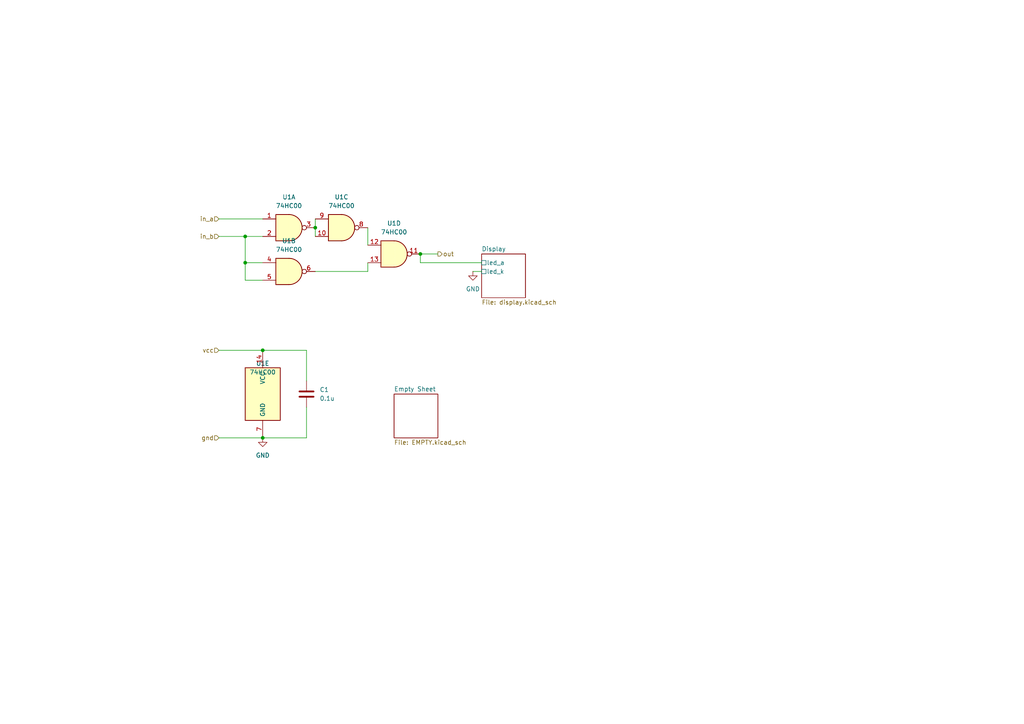
<source format=kicad_sch>
(kicad_sch
	(version 20250114)
	(generator "eeschema")
	(generator_version "9.0")
	(uuid "49bdaa3e-2c11-470e-81e6-4e08387570f1")
	(paper "A4")
	(lib_symbols
		(symbol "74xx:74HC00"
			(pin_names
				(offset 1.016)
			)
			(exclude_from_sim no)
			(in_bom yes)
			(on_board yes)
			(property "Reference" "U"
				(at 0 1.27 0)
				(effects
					(font
						(size 1.27 1.27)
					)
				)
			)
			(property "Value" "74HC00"
				(at 0 -1.27 0)
				(effects
					(font
						(size 1.27 1.27)
					)
				)
			)
			(property "Footprint" ""
				(at 0 0 0)
				(effects
					(font
						(size 1.27 1.27)
					)
					(hide yes)
				)
			)
			(property "Datasheet" "http://www.ti.com/lit/gpn/sn74hc00"
				(at 0 0 0)
				(effects
					(font
						(size 1.27 1.27)
					)
					(hide yes)
				)
			)
			(property "Description" "quad 2-input NAND gate"
				(at 0 0 0)
				(effects
					(font
						(size 1.27 1.27)
					)
					(hide yes)
				)
			)
			(property "ki_locked" ""
				(at 0 0 0)
				(effects
					(font
						(size 1.27 1.27)
					)
				)
			)
			(property "ki_keywords" "HCMOS nand 2-input"
				(at 0 0 0)
				(effects
					(font
						(size 1.27 1.27)
					)
					(hide yes)
				)
			)
			(property "ki_fp_filters" "DIP*W7.62mm* SO14*"
				(at 0 0 0)
				(effects
					(font
						(size 1.27 1.27)
					)
					(hide yes)
				)
			)
			(symbol "74HC00_1_1"
				(arc
					(start 0 3.81)
					(mid 3.7934 0)
					(end 0 -3.81)
					(stroke
						(width 0.254)
						(type default)
					)
					(fill
						(type background)
					)
				)
				(polyline
					(pts
						(xy 0 3.81) (xy -3.81 3.81) (xy -3.81 -3.81) (xy 0 -3.81)
					)
					(stroke
						(width 0.254)
						(type default)
					)
					(fill
						(type background)
					)
				)
				(pin input line
					(at -7.62 2.54 0)
					(length 3.81)
					(name "~"
						(effects
							(font
								(size 1.27 1.27)
							)
						)
					)
					(number "1"
						(effects
							(font
								(size 1.27 1.27)
							)
						)
					)
				)
				(pin input line
					(at -7.62 -2.54 0)
					(length 3.81)
					(name "~"
						(effects
							(font
								(size 1.27 1.27)
							)
						)
					)
					(number "2"
						(effects
							(font
								(size 1.27 1.27)
							)
						)
					)
				)
				(pin output inverted
					(at 7.62 0 180)
					(length 3.81)
					(name "~"
						(effects
							(font
								(size 1.27 1.27)
							)
						)
					)
					(number "3"
						(effects
							(font
								(size 1.27 1.27)
							)
						)
					)
				)
			)
			(symbol "74HC00_1_2"
				(arc
					(start -3.81 3.81)
					(mid -2.589 0)
					(end -3.81 -3.81)
					(stroke
						(width 0.254)
						(type default)
					)
					(fill
						(type none)
					)
				)
				(polyline
					(pts
						(xy -3.81 3.81) (xy -0.635 3.81)
					)
					(stroke
						(width 0.254)
						(type default)
					)
					(fill
						(type background)
					)
				)
				(polyline
					(pts
						(xy -3.81 -3.81) (xy -0.635 -3.81)
					)
					(stroke
						(width 0.254)
						(type default)
					)
					(fill
						(type background)
					)
				)
				(arc
					(start 3.81 0)
					(mid 2.1855 -2.584)
					(end -0.6096 -3.81)
					(stroke
						(width 0.254)
						(type default)
					)
					(fill
						(type background)
					)
				)
				(arc
					(start -0.6096 3.81)
					(mid 2.1928 2.5924)
					(end 3.81 0)
					(stroke
						(width 0.254)
						(type default)
					)
					(fill
						(type background)
					)
				)
				(polyline
					(pts
						(xy -0.635 3.81) (xy -3.81 3.81) (xy -3.81 3.81) (xy -3.556 3.4036) (xy -3.0226 2.2606) (xy -2.6924 1.0414)
						(xy -2.6162 -0.254) (xy -2.7686 -1.4986) (xy -3.175 -2.7178) (xy -3.81 -3.81) (xy -3.81 -3.81)
						(xy -0.635 -3.81)
					)
					(stroke
						(width -25.4)
						(type default)
					)
					(fill
						(type background)
					)
				)
				(pin input inverted
					(at -7.62 2.54 0)
					(length 4.318)
					(name "~"
						(effects
							(font
								(size 1.27 1.27)
							)
						)
					)
					(number "1"
						(effects
							(font
								(size 1.27 1.27)
							)
						)
					)
				)
				(pin input inverted
					(at -7.62 -2.54 0)
					(length 4.318)
					(name "~"
						(effects
							(font
								(size 1.27 1.27)
							)
						)
					)
					(number "2"
						(effects
							(font
								(size 1.27 1.27)
							)
						)
					)
				)
				(pin output line
					(at 7.62 0 180)
					(length 3.81)
					(name "~"
						(effects
							(font
								(size 1.27 1.27)
							)
						)
					)
					(number "3"
						(effects
							(font
								(size 1.27 1.27)
							)
						)
					)
				)
			)
			(symbol "74HC00_2_1"
				(arc
					(start 0 3.81)
					(mid 3.7934 0)
					(end 0 -3.81)
					(stroke
						(width 0.254)
						(type default)
					)
					(fill
						(type background)
					)
				)
				(polyline
					(pts
						(xy 0 3.81) (xy -3.81 3.81) (xy -3.81 -3.81) (xy 0 -3.81)
					)
					(stroke
						(width 0.254)
						(type default)
					)
					(fill
						(type background)
					)
				)
				(pin input line
					(at -7.62 2.54 0)
					(length 3.81)
					(name "~"
						(effects
							(font
								(size 1.27 1.27)
							)
						)
					)
					(number "4"
						(effects
							(font
								(size 1.27 1.27)
							)
						)
					)
				)
				(pin input line
					(at -7.62 -2.54 0)
					(length 3.81)
					(name "~"
						(effects
							(font
								(size 1.27 1.27)
							)
						)
					)
					(number "5"
						(effects
							(font
								(size 1.27 1.27)
							)
						)
					)
				)
				(pin output inverted
					(at 7.62 0 180)
					(length 3.81)
					(name "~"
						(effects
							(font
								(size 1.27 1.27)
							)
						)
					)
					(number "6"
						(effects
							(font
								(size 1.27 1.27)
							)
						)
					)
				)
			)
			(symbol "74HC00_2_2"
				(arc
					(start -3.81 3.81)
					(mid -2.589 0)
					(end -3.81 -3.81)
					(stroke
						(width 0.254)
						(type default)
					)
					(fill
						(type none)
					)
				)
				(polyline
					(pts
						(xy -3.81 3.81) (xy -0.635 3.81)
					)
					(stroke
						(width 0.254)
						(type default)
					)
					(fill
						(type background)
					)
				)
				(polyline
					(pts
						(xy -3.81 -3.81) (xy -0.635 -3.81)
					)
					(stroke
						(width 0.254)
						(type default)
					)
					(fill
						(type background)
					)
				)
				(arc
					(start 3.81 0)
					(mid 2.1855 -2.584)
					(end -0.6096 -3.81)
					(stroke
						(width 0.254)
						(type default)
					)
					(fill
						(type background)
					)
				)
				(arc
					(start -0.6096 3.81)
					(mid 2.1928 2.5924)
					(end 3.81 0)
					(stroke
						(width 0.254)
						(type default)
					)
					(fill
						(type background)
					)
				)
				(polyline
					(pts
						(xy -0.635 3.81) (xy -3.81 3.81) (xy -3.81 3.81) (xy -3.556 3.4036) (xy -3.0226 2.2606) (xy -2.6924 1.0414)
						(xy -2.6162 -0.254) (xy -2.7686 -1.4986) (xy -3.175 -2.7178) (xy -3.81 -3.81) (xy -3.81 -3.81)
						(xy -0.635 -3.81)
					)
					(stroke
						(width -25.4)
						(type default)
					)
					(fill
						(type background)
					)
				)
				(pin input inverted
					(at -7.62 2.54 0)
					(length 4.318)
					(name "~"
						(effects
							(font
								(size 1.27 1.27)
							)
						)
					)
					(number "4"
						(effects
							(font
								(size 1.27 1.27)
							)
						)
					)
				)
				(pin input inverted
					(at -7.62 -2.54 0)
					(length 4.318)
					(name "~"
						(effects
							(font
								(size 1.27 1.27)
							)
						)
					)
					(number "5"
						(effects
							(font
								(size 1.27 1.27)
							)
						)
					)
				)
				(pin output line
					(at 7.62 0 180)
					(length 3.81)
					(name "~"
						(effects
							(font
								(size 1.27 1.27)
							)
						)
					)
					(number "6"
						(effects
							(font
								(size 1.27 1.27)
							)
						)
					)
				)
			)
			(symbol "74HC00_3_1"
				(arc
					(start 0 3.81)
					(mid 3.7934 0)
					(end 0 -3.81)
					(stroke
						(width 0.254)
						(type default)
					)
					(fill
						(type background)
					)
				)
				(polyline
					(pts
						(xy 0 3.81) (xy -3.81 3.81) (xy -3.81 -3.81) (xy 0 -3.81)
					)
					(stroke
						(width 0.254)
						(type default)
					)
					(fill
						(type background)
					)
				)
				(pin input line
					(at -7.62 2.54 0)
					(length 3.81)
					(name "~"
						(effects
							(font
								(size 1.27 1.27)
							)
						)
					)
					(number "9"
						(effects
							(font
								(size 1.27 1.27)
							)
						)
					)
				)
				(pin input line
					(at -7.62 -2.54 0)
					(length 3.81)
					(name "~"
						(effects
							(font
								(size 1.27 1.27)
							)
						)
					)
					(number "10"
						(effects
							(font
								(size 1.27 1.27)
							)
						)
					)
				)
				(pin output inverted
					(at 7.62 0 180)
					(length 3.81)
					(name "~"
						(effects
							(font
								(size 1.27 1.27)
							)
						)
					)
					(number "8"
						(effects
							(font
								(size 1.27 1.27)
							)
						)
					)
				)
			)
			(symbol "74HC00_3_2"
				(arc
					(start -3.81 3.81)
					(mid -2.589 0)
					(end -3.81 -3.81)
					(stroke
						(width 0.254)
						(type default)
					)
					(fill
						(type none)
					)
				)
				(polyline
					(pts
						(xy -3.81 3.81) (xy -0.635 3.81)
					)
					(stroke
						(width 0.254)
						(type default)
					)
					(fill
						(type background)
					)
				)
				(polyline
					(pts
						(xy -3.81 -3.81) (xy -0.635 -3.81)
					)
					(stroke
						(width 0.254)
						(type default)
					)
					(fill
						(type background)
					)
				)
				(arc
					(start 3.81 0)
					(mid 2.1855 -2.584)
					(end -0.6096 -3.81)
					(stroke
						(width 0.254)
						(type default)
					)
					(fill
						(type background)
					)
				)
				(arc
					(start -0.6096 3.81)
					(mid 2.1928 2.5924)
					(end 3.81 0)
					(stroke
						(width 0.254)
						(type default)
					)
					(fill
						(type background)
					)
				)
				(polyline
					(pts
						(xy -0.635 3.81) (xy -3.81 3.81) (xy -3.81 3.81) (xy -3.556 3.4036) (xy -3.0226 2.2606) (xy -2.6924 1.0414)
						(xy -2.6162 -0.254) (xy -2.7686 -1.4986) (xy -3.175 -2.7178) (xy -3.81 -3.81) (xy -3.81 -3.81)
						(xy -0.635 -3.81)
					)
					(stroke
						(width -25.4)
						(type default)
					)
					(fill
						(type background)
					)
				)
				(pin input inverted
					(at -7.62 2.54 0)
					(length 4.318)
					(name "~"
						(effects
							(font
								(size 1.27 1.27)
							)
						)
					)
					(number "9"
						(effects
							(font
								(size 1.27 1.27)
							)
						)
					)
				)
				(pin input inverted
					(at -7.62 -2.54 0)
					(length 4.318)
					(name "~"
						(effects
							(font
								(size 1.27 1.27)
							)
						)
					)
					(number "10"
						(effects
							(font
								(size 1.27 1.27)
							)
						)
					)
				)
				(pin output line
					(at 7.62 0 180)
					(length 3.81)
					(name "~"
						(effects
							(font
								(size 1.27 1.27)
							)
						)
					)
					(number "8"
						(effects
							(font
								(size 1.27 1.27)
							)
						)
					)
				)
			)
			(symbol "74HC00_4_1"
				(arc
					(start 0 3.81)
					(mid 3.7934 0)
					(end 0 -3.81)
					(stroke
						(width 0.254)
						(type default)
					)
					(fill
						(type background)
					)
				)
				(polyline
					(pts
						(xy 0 3.81) (xy -3.81 3.81) (xy -3.81 -3.81) (xy 0 -3.81)
					)
					(stroke
						(width 0.254)
						(type default)
					)
					(fill
						(type background)
					)
				)
				(pin input line
					(at -7.62 2.54 0)
					(length 3.81)
					(name "~"
						(effects
							(font
								(size 1.27 1.27)
							)
						)
					)
					(number "12"
						(effects
							(font
								(size 1.27 1.27)
							)
						)
					)
				)
				(pin input line
					(at -7.62 -2.54 0)
					(length 3.81)
					(name "~"
						(effects
							(font
								(size 1.27 1.27)
							)
						)
					)
					(number "13"
						(effects
							(font
								(size 1.27 1.27)
							)
						)
					)
				)
				(pin output inverted
					(at 7.62 0 180)
					(length 3.81)
					(name "~"
						(effects
							(font
								(size 1.27 1.27)
							)
						)
					)
					(number "11"
						(effects
							(font
								(size 1.27 1.27)
							)
						)
					)
				)
			)
			(symbol "74HC00_4_2"
				(arc
					(start -3.81 3.81)
					(mid -2.589 0)
					(end -3.81 -3.81)
					(stroke
						(width 0.254)
						(type default)
					)
					(fill
						(type none)
					)
				)
				(polyline
					(pts
						(xy -3.81 3.81) (xy -0.635 3.81)
					)
					(stroke
						(width 0.254)
						(type default)
					)
					(fill
						(type background)
					)
				)
				(polyline
					(pts
						(xy -3.81 -3.81) (xy -0.635 -3.81)
					)
					(stroke
						(width 0.254)
						(type default)
					)
					(fill
						(type background)
					)
				)
				(arc
					(start 3.81 0)
					(mid 2.1855 -2.584)
					(end -0.6096 -3.81)
					(stroke
						(width 0.254)
						(type default)
					)
					(fill
						(type background)
					)
				)
				(arc
					(start -0.6096 3.81)
					(mid 2.1928 2.5924)
					(end 3.81 0)
					(stroke
						(width 0.254)
						(type default)
					)
					(fill
						(type background)
					)
				)
				(polyline
					(pts
						(xy -0.635 3.81) (xy -3.81 3.81) (xy -3.81 3.81) (xy -3.556 3.4036) (xy -3.0226 2.2606) (xy -2.6924 1.0414)
						(xy -2.6162 -0.254) (xy -2.7686 -1.4986) (xy -3.175 -2.7178) (xy -3.81 -3.81) (xy -3.81 -3.81)
						(xy -0.635 -3.81)
					)
					(stroke
						(width -25.4)
						(type default)
					)
					(fill
						(type background)
					)
				)
				(pin input inverted
					(at -7.62 2.54 0)
					(length 4.318)
					(name "~"
						(effects
							(font
								(size 1.27 1.27)
							)
						)
					)
					(number "12"
						(effects
							(font
								(size 1.27 1.27)
							)
						)
					)
				)
				(pin input inverted
					(at -7.62 -2.54 0)
					(length 4.318)
					(name "~"
						(effects
							(font
								(size 1.27 1.27)
							)
						)
					)
					(number "13"
						(effects
							(font
								(size 1.27 1.27)
							)
						)
					)
				)
				(pin output line
					(at 7.62 0 180)
					(length 3.81)
					(name "~"
						(effects
							(font
								(size 1.27 1.27)
							)
						)
					)
					(number "11"
						(effects
							(font
								(size 1.27 1.27)
							)
						)
					)
				)
			)
			(symbol "74HC00_5_0"
				(pin power_in line
					(at 0 12.7 270)
					(length 5.08)
					(name "VCC"
						(effects
							(font
								(size 1.27 1.27)
							)
						)
					)
					(number "14"
						(effects
							(font
								(size 1.27 1.27)
							)
						)
					)
				)
				(pin power_in line
					(at 0 -12.7 90)
					(length 5.08)
					(name "GND"
						(effects
							(font
								(size 1.27 1.27)
							)
						)
					)
					(number "7"
						(effects
							(font
								(size 1.27 1.27)
							)
						)
					)
				)
			)
			(symbol "74HC00_5_1"
				(rectangle
					(start -5.08 7.62)
					(end 5.08 -7.62)
					(stroke
						(width 0.254)
						(type default)
					)
					(fill
						(type background)
					)
				)
			)
			(embedded_fonts no)
		)
		(symbol "Device:C"
			(pin_numbers
				(hide yes)
			)
			(pin_names
				(offset 0.254)
			)
			(exclude_from_sim no)
			(in_bom yes)
			(on_board yes)
			(property "Reference" "C"
				(at 0.635 2.54 0)
				(effects
					(font
						(size 1.27 1.27)
					)
					(justify left)
				)
			)
			(property "Value" "C"
				(at 0.635 -2.54 0)
				(effects
					(font
						(size 1.27 1.27)
					)
					(justify left)
				)
			)
			(property "Footprint" ""
				(at 0.9652 -3.81 0)
				(effects
					(font
						(size 1.27 1.27)
					)
					(hide yes)
				)
			)
			(property "Datasheet" "~"
				(at 0 0 0)
				(effects
					(font
						(size 1.27 1.27)
					)
					(hide yes)
				)
			)
			(property "Description" "Unpolarized capacitor"
				(at 0 0 0)
				(effects
					(font
						(size 1.27 1.27)
					)
					(hide yes)
				)
			)
			(property "ki_keywords" "cap capacitor"
				(at 0 0 0)
				(effects
					(font
						(size 1.27 1.27)
					)
					(hide yes)
				)
			)
			(property "ki_fp_filters" "C_*"
				(at 0 0 0)
				(effects
					(font
						(size 1.27 1.27)
					)
					(hide yes)
				)
			)
			(symbol "C_0_1"
				(polyline
					(pts
						(xy -2.032 0.762) (xy 2.032 0.762)
					)
					(stroke
						(width 0.508)
						(type default)
					)
					(fill
						(type none)
					)
				)
				(polyline
					(pts
						(xy -2.032 -0.762) (xy 2.032 -0.762)
					)
					(stroke
						(width 0.508)
						(type default)
					)
					(fill
						(type none)
					)
				)
			)
			(symbol "C_1_1"
				(pin passive line
					(at 0 3.81 270)
					(length 2.794)
					(name "~"
						(effects
							(font
								(size 1.27 1.27)
							)
						)
					)
					(number "1"
						(effects
							(font
								(size 1.27 1.27)
							)
						)
					)
				)
				(pin passive line
					(at 0 -3.81 90)
					(length 2.794)
					(name "~"
						(effects
							(font
								(size 1.27 1.27)
							)
						)
					)
					(number "2"
						(effects
							(font
								(size 1.27 1.27)
							)
						)
					)
				)
			)
			(embedded_fonts no)
		)
		(symbol "power:GND"
			(power)
			(pin_numbers
				(hide yes)
			)
			(pin_names
				(offset 0)
				(hide yes)
			)
			(exclude_from_sim no)
			(in_bom yes)
			(on_board yes)
			(property "Reference" "#PWR"
				(at 0 -6.35 0)
				(effects
					(font
						(size 1.27 1.27)
					)
					(hide yes)
				)
			)
			(property "Value" "GND"
				(at 0 -3.81 0)
				(effects
					(font
						(size 1.27 1.27)
					)
				)
			)
			(property "Footprint" ""
				(at 0 0 0)
				(effects
					(font
						(size 1.27 1.27)
					)
					(hide yes)
				)
			)
			(property "Datasheet" ""
				(at 0 0 0)
				(effects
					(font
						(size 1.27 1.27)
					)
					(hide yes)
				)
			)
			(property "Description" "Power symbol creates a global label with name \"GND\" , ground"
				(at 0 0 0)
				(effects
					(font
						(size 1.27 1.27)
					)
					(hide yes)
				)
			)
			(property "ki_keywords" "global power"
				(at 0 0 0)
				(effects
					(font
						(size 1.27 1.27)
					)
					(hide yes)
				)
			)
			(symbol "GND_0_1"
				(polyline
					(pts
						(xy 0 0) (xy 0 -1.27) (xy 1.27 -1.27) (xy 0 -2.54) (xy -1.27 -1.27) (xy 0 -1.27)
					)
					(stroke
						(width 0)
						(type default)
					)
					(fill
						(type none)
					)
				)
			)
			(symbol "GND_1_1"
				(pin power_in line
					(at 0 0 270)
					(length 0)
					(name "~"
						(effects
							(font
								(size 1.27 1.27)
							)
						)
					)
					(number "1"
						(effects
							(font
								(size 1.27 1.27)
							)
						)
					)
				)
			)
			(embedded_fonts no)
		)
	)
	(junction
		(at 71.12 76.2)
		(diameter 0)
		(color 0 0 0 0)
		(uuid "0791881c-8c1f-4926-ac9c-18a58621d8e3")
	)
	(junction
		(at 71.12 68.58)
		(diameter 0)
		(color 0 0 0 0)
		(uuid "8c22ab79-4fda-47f1-99e5-cb0994a1858b")
	)
	(junction
		(at 76.2 127)
		(diameter 0)
		(color 0 0 0 0)
		(uuid "be033119-5bf1-4fad-89ac-0778f55fba72")
	)
	(junction
		(at 121.92 73.66)
		(diameter 0)
		(color 0 0 0 0)
		(uuid "c8db3ba8-126a-466d-84c5-44e3e2eba1bb")
	)
	(junction
		(at 91.44 66.04)
		(diameter 0)
		(color 0 0 0 0)
		(uuid "d2a8fb6c-0058-4d57-b42d-657c8f58d051")
	)
	(junction
		(at 76.2 101.6)
		(diameter 0)
		(color 0 0 0 0)
		(uuid "e410fb67-1669-490d-86e9-78007624ad37")
	)
	(wire
		(pts
			(xy 88.9 127) (xy 88.9 118.11)
		)
		(stroke
			(width 0)
			(type default)
		)
		(uuid "14fe4464-2937-47d9-98a1-0c12f50e1fcb")
	)
	(wire
		(pts
			(xy 88.9 101.6) (xy 88.9 110.49)
		)
		(stroke
			(width 0)
			(type default)
		)
		(uuid "1fed1a77-8b51-4cd1-8941-7dd5f6623efa")
	)
	(wire
		(pts
			(xy 63.5 127) (xy 76.2 127)
		)
		(stroke
			(width 0)
			(type default)
		)
		(uuid "3309ddd1-6e52-4868-9cab-1c838f455a90")
	)
	(wire
		(pts
			(xy 121.92 76.2) (xy 121.92 73.66)
		)
		(stroke
			(width 0)
			(type default)
		)
		(uuid "453476fb-f9c5-4578-b1a5-33be8a6de04f")
	)
	(wire
		(pts
			(xy 139.7 76.2) (xy 121.92 76.2)
		)
		(stroke
			(width 0)
			(type default)
		)
		(uuid "5f009568-4e4e-4f44-87f5-995826df63cc")
	)
	(wire
		(pts
			(xy 106.68 78.74) (xy 106.68 76.2)
		)
		(stroke
			(width 0)
			(type default)
		)
		(uuid "62eb84eb-813e-410a-b4e9-7d3cd88e06dd")
	)
	(wire
		(pts
			(xy 76.2 101.6) (xy 88.9 101.6)
		)
		(stroke
			(width 0)
			(type default)
		)
		(uuid "638525f6-0100-4e04-a8ac-c4a41e48c927")
	)
	(wire
		(pts
			(xy 71.12 76.2) (xy 76.2 76.2)
		)
		(stroke
			(width 0)
			(type default)
		)
		(uuid "6679cc0c-dfb8-49c7-8fac-b888361d68ee")
	)
	(wire
		(pts
			(xy 76.2 81.28) (xy 71.12 81.28)
		)
		(stroke
			(width 0)
			(type default)
		)
		(uuid "76ee39ed-7cb7-424a-83b2-ca80512fab00")
	)
	(wire
		(pts
			(xy 63.5 68.58) (xy 71.12 68.58)
		)
		(stroke
			(width 0)
			(type default)
		)
		(uuid "7c6174b7-45f6-4578-8050-3b68160349cc")
	)
	(wire
		(pts
			(xy 71.12 68.58) (xy 76.2 68.58)
		)
		(stroke
			(width 0)
			(type default)
		)
		(uuid "8000642a-4e9c-412a-94c0-6e7885b94279")
	)
	(wire
		(pts
			(xy 91.44 78.74) (xy 106.68 78.74)
		)
		(stroke
			(width 0)
			(type default)
		)
		(uuid "85dce81e-1d59-40f5-aa37-d6f37f190807")
	)
	(wire
		(pts
			(xy 137.16 78.74) (xy 139.7 78.74)
		)
		(stroke
			(width 0)
			(type default)
		)
		(uuid "8ba835ef-e6cd-4c41-b72b-0d82edfdb0f8")
	)
	(wire
		(pts
			(xy 76.2 127) (xy 88.9 127)
		)
		(stroke
			(width 0)
			(type default)
		)
		(uuid "b0a8f3fd-ea87-4d5e-9371-a82ff5f82496")
	)
	(wire
		(pts
			(xy 63.5 63.5) (xy 76.2 63.5)
		)
		(stroke
			(width 0)
			(type default)
		)
		(uuid "b2c59386-a073-4f0f-af28-d063bdac5614")
	)
	(wire
		(pts
			(xy 106.68 66.04) (xy 106.68 71.12)
		)
		(stroke
			(width 0)
			(type default)
		)
		(uuid "b751b168-532d-428b-a148-ceb4fdd28851")
	)
	(wire
		(pts
			(xy 127 73.66) (xy 121.92 73.66)
		)
		(stroke
			(width 0)
			(type default)
		)
		(uuid "c1b018c4-d80f-440f-9b1b-5b10bc1970ef")
	)
	(wire
		(pts
			(xy 63.5 101.6) (xy 76.2 101.6)
		)
		(stroke
			(width 0)
			(type default)
		)
		(uuid "c348ea3f-e3f3-4811-9ae0-274989fddf98")
	)
	(wire
		(pts
			(xy 91.44 66.04) (xy 91.44 68.58)
		)
		(stroke
			(width 0)
			(type default)
		)
		(uuid "d34f0ed0-3cab-408f-a045-7f8ac933c846")
	)
	(wire
		(pts
			(xy 71.12 81.28) (xy 71.12 76.2)
		)
		(stroke
			(width 0)
			(type default)
		)
		(uuid "d3b47761-b549-4712-9141-44ce45584fbe")
	)
	(wire
		(pts
			(xy 91.44 63.5) (xy 91.44 66.04)
		)
		(stroke
			(width 0)
			(type default)
		)
		(uuid "e0a4e694-b84f-457d-9283-decea99c69ef")
	)
	(wire
		(pts
			(xy 71.12 76.2) (xy 71.12 68.58)
		)
		(stroke
			(width 0)
			(type default)
		)
		(uuid "f5d39d1d-dc1f-4cfd-ae04-54c4b6702f83")
	)
	(hierarchical_label "vcc"
		(shape input)
		(at 63.5 101.6 180)
		(effects
			(font
				(size 1.27 1.27)
			)
			(justify right)
		)
		(uuid "3bf8f74c-58b5-42ba-9168-005a26a70bc2")
	)
	(hierarchical_label "gnd"
		(shape input)
		(at 63.5 127 180)
		(effects
			(font
				(size 1.27 1.27)
			)
			(justify right)
		)
		(uuid "63832614-3ac9-4bf5-90f8-07d113525855")
	)
	(hierarchical_label "out"
		(shape output)
		(at 127 73.66 0)
		(effects
			(font
				(size 1.27 1.27)
			)
			(justify left)
		)
		(uuid "92ab8495-76d1-433e-8269-9373087528b8")
	)
	(hierarchical_label "in_b"
		(shape input)
		(at 63.5 68.58 180)
		(effects
			(font
				(size 1.27 1.27)
			)
			(justify right)
		)
		(uuid "ca26e2fa-fbad-4495-98ba-4cbb1088d1eb")
	)
	(hierarchical_label "in_a"
		(shape input)
		(at 63.5 63.5 180)
		(effects
			(font
				(size 1.27 1.27)
			)
			(justify right)
		)
		(uuid "d8b6eeec-067c-4b35-87d0-45ce59aeb14c")
	)
	(symbol
		(lib_id "Device:C")
		(at 88.9 114.3 0)
		(unit 1)
		(exclude_from_sim no)
		(in_bom yes)
		(on_board yes)
		(dnp no)
		(fields_autoplaced yes)
		(uuid "038cfbf1-d037-4ec5-9d88-ba6ed0148506")
		(property "Reference" "C1"
			(at 92.71 113.03 0)
			(effects
				(font
					(size 1.27 1.27)
				)
				(justify left)
			)
		)
		(property "Value" "0.1u"
			(at 92.71 115.57 0)
			(effects
				(font
					(size 1.27 1.27)
				)
				(justify left)
			)
		)
		(property "Footprint" ""
			(at 89.8652 118.11 0)
			(effects
				(font
					(size 1.27 1.27)
				)
				(hide yes)
			)
		)
		(property "Datasheet" "~"
			(at 88.9 114.3 0)
			(effects
				(font
					(size 1.27 1.27)
				)
				(hide yes)
			)
		)
		(property "Description" "Unpolarized capacitor"
			(at 88.9 114.3 0)
			(effects
				(font
					(size 1.27 1.27)
				)
				(hide yes)
			)
		)
		(pin "2"
			(uuid "09fc38e4-2843-452d-9343-6838ebc79763")
		)
		(pin "1"
			(uuid "255d2558-d8bf-402e-87cb-267bfff71eca")
		)
		(instances
			(project ""
				(path "/dd007cee-fe72-44bf-b7dc-9516bf68dc82/96239df8-fc87-4c4f-984a-99e11995fa5f"
					(reference "C1")
					(unit 1)
				)
			)
		)
	)
	(symbol
		(lib_id "74xx:74HC00")
		(at 114.3 73.66 0)
		(unit 4)
		(exclude_from_sim no)
		(in_bom yes)
		(on_board yes)
		(dnp no)
		(fields_autoplaced yes)
		(uuid "0d297e12-1e15-465b-b115-a512ca8cea3c")
		(property "Reference" "U1"
			(at 114.2917 64.77 0)
			(effects
				(font
					(size 1.27 1.27)
				)
			)
		)
		(property "Value" "74HC00"
			(at 114.2917 67.31 0)
			(effects
				(font
					(size 1.27 1.27)
				)
			)
		)
		(property "Footprint" ""
			(at 114.3 73.66 0)
			(effects
				(font
					(size 1.27 1.27)
				)
				(hide yes)
			)
		)
		(property "Datasheet" "http://www.ti.com/lit/gpn/sn74hc00"
			(at 114.3 73.66 0)
			(effects
				(font
					(size 1.27 1.27)
				)
				(hide yes)
			)
		)
		(property "Description" "quad 2-input NAND gate"
			(at 114.3 73.66 0)
			(effects
				(font
					(size 1.27 1.27)
				)
				(hide yes)
			)
		)
		(pin "1"
			(uuid "f908189c-2685-48f0-8e27-9292d6fb982c")
		)
		(pin "3"
			(uuid "94fe11cd-263a-4342-acda-7bacc33b6a7f")
		)
		(pin "8"
			(uuid "89bd91fa-247f-4efa-9b46-b74e5c6585b3")
		)
		(pin "2"
			(uuid "16179d8a-ef0d-4a52-affa-dd6a43b335ef")
		)
		(pin "4"
			(uuid "3bdd9f7b-2847-4a7e-a696-480643164c38")
		)
		(pin "9"
			(uuid "c83b96d4-6a98-489c-a3a7-5d8887290d79")
		)
		(pin "5"
			(uuid "5027ce76-68d3-4e25-b451-bab9bddbe55e")
		)
		(pin "10"
			(uuid "317d448a-adb8-4b25-adfb-775ab03d4cca")
		)
		(pin "6"
			(uuid "aa491ebd-71c9-49ff-bae2-cdf5859d42e8")
		)
		(pin "11"
			(uuid "056454fa-064c-4359-baf3-21f1f5da1134")
		)
		(pin "13"
			(uuid "f1b9aded-c022-4579-a0b8-bebe218ef0ac")
		)
		(pin "12"
			(uuid "c287ce48-c6d1-468e-968a-a4e12907cd79")
		)
		(pin "7"
			(uuid "be8bf521-c1c1-41fe-8678-16eaf9fd0a6a")
		)
		(pin "14"
			(uuid "56c0bd12-0771-4fc0-a61a-a7dc510ed88a")
		)
		(instances
			(project "have_subsheets"
				(path "/dd007cee-fe72-44bf-b7dc-9516bf68dc82/96239df8-fc87-4c4f-984a-99e11995fa5f"
					(reference "U1")
					(unit 4)
				)
			)
		)
	)
	(symbol
		(lib_id "74xx:74HC00")
		(at 83.82 66.04 0)
		(unit 1)
		(exclude_from_sim no)
		(in_bom yes)
		(on_board yes)
		(dnp no)
		(fields_autoplaced yes)
		(uuid "1d40f9ad-5c8a-4797-95d4-2651262df6ac")
		(property "Reference" "U1"
			(at 83.8117 57.15 0)
			(effects
				(font
					(size 1.27 1.27)
				)
			)
		)
		(property "Value" "74HC00"
			(at 83.8117 59.69 0)
			(effects
				(font
					(size 1.27 1.27)
				)
			)
		)
		(property "Footprint" ""
			(at 83.82 66.04 0)
			(effects
				(font
					(size 1.27 1.27)
				)
				(hide yes)
			)
		)
		(property "Datasheet" "http://www.ti.com/lit/gpn/sn74hc00"
			(at 83.82 66.04 0)
			(effects
				(font
					(size 1.27 1.27)
				)
				(hide yes)
			)
		)
		(property "Description" "quad 2-input NAND gate"
			(at 83.82 66.04 0)
			(effects
				(font
					(size 1.27 1.27)
				)
				(hide yes)
			)
		)
		(pin "1"
			(uuid "f908189c-2685-48f0-8e27-9292d6fb982d")
		)
		(pin "3"
			(uuid "94fe11cd-263a-4342-acda-7bacc33b6a80")
		)
		(pin "8"
			(uuid "6753700c-53ee-411d-8b45-95a60c4e55d5")
		)
		(pin "2"
			(uuid "16179d8a-ef0d-4a52-affa-dd6a43b335f0")
		)
		(pin "4"
			(uuid "3bdd9f7b-2847-4a7e-a696-480643164c39")
		)
		(pin "9"
			(uuid "576ed000-ab4c-4d81-b1b6-558cd3988b24")
		)
		(pin "5"
			(uuid "5027ce76-68d3-4e25-b451-bab9bddbe55f")
		)
		(pin "10"
			(uuid "92072435-a3ea-4734-a0aa-4ead18bdd317")
		)
		(pin "6"
			(uuid "aa491ebd-71c9-49ff-bae2-cdf5859d42e9")
		)
		(pin "11"
			(uuid "056454fa-064c-4359-baf3-21f1f5da1135")
		)
		(pin "13"
			(uuid "f1b9aded-c022-4579-a0b8-bebe218ef0ad")
		)
		(pin "12"
			(uuid "c287ce48-c6d1-468e-968a-a4e12907cd7a")
		)
		(pin "7"
			(uuid "be8bf521-c1c1-41fe-8678-16eaf9fd0a6b")
		)
		(pin "14"
			(uuid "56c0bd12-0771-4fc0-a61a-a7dc510ed88b")
		)
		(instances
			(project ""
				(path "/dd007cee-fe72-44bf-b7dc-9516bf68dc82/96239df8-fc87-4c4f-984a-99e11995fa5f"
					(reference "U1")
					(unit 1)
				)
			)
		)
	)
	(symbol
		(lib_id "74xx:74HC00")
		(at 99.06 66.04 0)
		(unit 3)
		(exclude_from_sim no)
		(in_bom yes)
		(on_board yes)
		(dnp no)
		(fields_autoplaced yes)
		(uuid "3d3aaa95-9bc1-4a60-a8a1-abaced2eed68")
		(property "Reference" "U1"
			(at 99.0517 57.15 0)
			(effects
				(font
					(size 1.27 1.27)
				)
			)
		)
		(property "Value" "74HC00"
			(at 99.0517 59.69 0)
			(effects
				(font
					(size 1.27 1.27)
				)
			)
		)
		(property "Footprint" ""
			(at 99.06 66.04 0)
			(effects
				(font
					(size 1.27 1.27)
				)
				(hide yes)
			)
		)
		(property "Datasheet" "http://www.ti.com/lit/gpn/sn74hc00"
			(at 99.06 66.04 0)
			(effects
				(font
					(size 1.27 1.27)
				)
				(hide yes)
			)
		)
		(property "Description" "quad 2-input NAND gate"
			(at 99.06 66.04 0)
			(effects
				(font
					(size 1.27 1.27)
				)
				(hide yes)
			)
		)
		(pin "1"
			(uuid "f908189c-2685-48f0-8e27-9292d6fb982e")
		)
		(pin "3"
			(uuid "94fe11cd-263a-4342-acda-7bacc33b6a81")
		)
		(pin "8"
			(uuid "6753700c-53ee-411d-8b45-95a60c4e55d6")
		)
		(pin "2"
			(uuid "16179d8a-ef0d-4a52-affa-dd6a43b335f1")
		)
		(pin "4"
			(uuid "3bdd9f7b-2847-4a7e-a696-480643164c3a")
		)
		(pin "9"
			(uuid "576ed000-ab4c-4d81-b1b6-558cd3988b25")
		)
		(pin "5"
			(uuid "5027ce76-68d3-4e25-b451-bab9bddbe560")
		)
		(pin "10"
			(uuid "92072435-a3ea-4734-a0aa-4ead18bdd318")
		)
		(pin "6"
			(uuid "aa491ebd-71c9-49ff-bae2-cdf5859d42ea")
		)
		(pin "11"
			(uuid "056454fa-064c-4359-baf3-21f1f5da1136")
		)
		(pin "13"
			(uuid "f1b9aded-c022-4579-a0b8-bebe218ef0ae")
		)
		(pin "12"
			(uuid "c287ce48-c6d1-468e-968a-a4e12907cd7b")
		)
		(pin "7"
			(uuid "be8bf521-c1c1-41fe-8678-16eaf9fd0a6c")
		)
		(pin "14"
			(uuid "56c0bd12-0771-4fc0-a61a-a7dc510ed88c")
		)
		(instances
			(project ""
				(path "/dd007cee-fe72-44bf-b7dc-9516bf68dc82/96239df8-fc87-4c4f-984a-99e11995fa5f"
					(reference "U1")
					(unit 3)
				)
			)
		)
	)
	(symbol
		(lib_id "power:GND")
		(at 76.2 127 0)
		(unit 1)
		(exclude_from_sim no)
		(in_bom yes)
		(on_board yes)
		(dnp no)
		(fields_autoplaced yes)
		(uuid "3dc2782e-c681-4c32-a82c-cc304f9ac87e")
		(property "Reference" "#PWR01"
			(at 76.2 133.35 0)
			(effects
				(font
					(size 1.27 1.27)
				)
				(hide yes)
			)
		)
		(property "Value" "GND"
			(at 76.2 132.08 0)
			(effects
				(font
					(size 1.27 1.27)
				)
			)
		)
		(property "Footprint" ""
			(at 76.2 127 0)
			(effects
				(font
					(size 1.27 1.27)
				)
				(hide yes)
			)
		)
		(property "Datasheet" ""
			(at 76.2 127 0)
			(effects
				(font
					(size 1.27 1.27)
				)
				(hide yes)
			)
		)
		(property "Description" "Power symbol creates a global label with name \"GND\" , ground"
			(at 76.2 127 0)
			(effects
				(font
					(size 1.27 1.27)
				)
				(hide yes)
			)
		)
		(pin "1"
			(uuid "9f831507-97ef-4088-8e07-bb5bfa056ecd")
		)
		(instances
			(project ""
				(path "/dd007cee-fe72-44bf-b7dc-9516bf68dc82/96239df8-fc87-4c4f-984a-99e11995fa5f"
					(reference "#PWR01")
					(unit 1)
				)
			)
		)
	)
	(symbol
		(lib_id "74xx:74HC00")
		(at 83.82 78.74 0)
		(unit 2)
		(exclude_from_sim no)
		(in_bom yes)
		(on_board yes)
		(dnp no)
		(fields_autoplaced yes)
		(uuid "6e072926-4587-4c4a-a9b5-0c43b2fae5f7")
		(property "Reference" "U1"
			(at 83.8117 69.85 0)
			(effects
				(font
					(size 1.27 1.27)
				)
			)
		)
		(property "Value" "74HC00"
			(at 83.8117 72.39 0)
			(effects
				(font
					(size 1.27 1.27)
				)
			)
		)
		(property "Footprint" ""
			(at 83.82 78.74 0)
			(effects
				(font
					(size 1.27 1.27)
				)
				(hide yes)
			)
		)
		(property "Datasheet" "http://www.ti.com/lit/gpn/sn74hc00"
			(at 83.82 78.74 0)
			(effects
				(font
					(size 1.27 1.27)
				)
				(hide yes)
			)
		)
		(property "Description" "quad 2-input NAND gate"
			(at 83.82 78.74 0)
			(effects
				(font
					(size 1.27 1.27)
				)
				(hide yes)
			)
		)
		(pin "1"
			(uuid "f908189c-2685-48f0-8e27-9292d6fb982f")
		)
		(pin "3"
			(uuid "94fe11cd-263a-4342-acda-7bacc33b6a82")
		)
		(pin "8"
			(uuid "6753700c-53ee-411d-8b45-95a60c4e55d7")
		)
		(pin "2"
			(uuid "16179d8a-ef0d-4a52-affa-dd6a43b335f2")
		)
		(pin "4"
			(uuid "3bdd9f7b-2847-4a7e-a696-480643164c3b")
		)
		(pin "9"
			(uuid "576ed000-ab4c-4d81-b1b6-558cd3988b26")
		)
		(pin "5"
			(uuid "5027ce76-68d3-4e25-b451-bab9bddbe561")
		)
		(pin "10"
			(uuid "92072435-a3ea-4734-a0aa-4ead18bdd319")
		)
		(pin "6"
			(uuid "aa491ebd-71c9-49ff-bae2-cdf5859d42eb")
		)
		(pin "11"
			(uuid "056454fa-064c-4359-baf3-21f1f5da1137")
		)
		(pin "13"
			(uuid "f1b9aded-c022-4579-a0b8-bebe218ef0af")
		)
		(pin "12"
			(uuid "c287ce48-c6d1-468e-968a-a4e12907cd7c")
		)
		(pin "7"
			(uuid "be8bf521-c1c1-41fe-8678-16eaf9fd0a6d")
		)
		(pin "14"
			(uuid "56c0bd12-0771-4fc0-a61a-a7dc510ed88d")
		)
		(instances
			(project ""
				(path "/dd007cee-fe72-44bf-b7dc-9516bf68dc82/96239df8-fc87-4c4f-984a-99e11995fa5f"
					(reference "U1")
					(unit 2)
				)
			)
		)
	)
	(symbol
		(lib_id "power:GND")
		(at 137.16 78.74 0)
		(unit 1)
		(exclude_from_sim no)
		(in_bom yes)
		(on_board yes)
		(dnp no)
		(fields_autoplaced yes)
		(uuid "893f29fa-81f2-458a-ac26-02f7c94394bb")
		(property "Reference" "#PWR02"
			(at 137.16 85.09 0)
			(effects
				(font
					(size 1.27 1.27)
				)
				(hide yes)
			)
		)
		(property "Value" "GND"
			(at 137.16 83.82 0)
			(effects
				(font
					(size 1.27 1.27)
				)
			)
		)
		(property "Footprint" ""
			(at 137.16 78.74 0)
			(effects
				(font
					(size 1.27 1.27)
				)
				(hide yes)
			)
		)
		(property "Datasheet" ""
			(at 137.16 78.74 0)
			(effects
				(font
					(size 1.27 1.27)
				)
				(hide yes)
			)
		)
		(property "Description" "Power symbol creates a global label with name \"GND\" , ground"
			(at 137.16 78.74 0)
			(effects
				(font
					(size 1.27 1.27)
				)
				(hide yes)
			)
		)
		(pin "1"
			(uuid "45820b0d-dd8f-4ba4-986c-3781ca566e38")
		)
		(instances
			(project "have_subsheets"
				(path "/dd007cee-fe72-44bf-b7dc-9516bf68dc82/96239df8-fc87-4c4f-984a-99e11995fa5f"
					(reference "#PWR02")
					(unit 1)
				)
			)
		)
	)
	(symbol
		(lib_id "74xx:74HC00")
		(at 76.2 114.3 0)
		(unit 5)
		(exclude_from_sim no)
		(in_bom yes)
		(on_board yes)
		(dnp no)
		(fields_autoplaced yes)
		(uuid "99e0cb15-14f8-4f4a-b404-5f7ecfbe84c7")
		(property "Reference" "U1"
			(at 76.1917 105.41 0)
			(effects
				(font
					(size 1.27 1.27)
				)
			)
		)
		(property "Value" "74HC00"
			(at 76.1917 107.95 0)
			(effects
				(font
					(size 1.27 1.27)
				)
			)
		)
		(property "Footprint" ""
			(at 76.2 114.3 0)
			(effects
				(font
					(size 1.27 1.27)
				)
				(hide yes)
			)
		)
		(property "Datasheet" "http://www.ti.com/lit/gpn/sn74hc00"
			(at 76.2 114.3 0)
			(effects
				(font
					(size 1.27 1.27)
				)
				(hide yes)
			)
		)
		(property "Description" "quad 2-input NAND gate"
			(at 76.2 114.3 0)
			(effects
				(font
					(size 1.27 1.27)
				)
				(hide yes)
			)
		)
		(pin "1"
			(uuid "f908189c-2685-48f0-8e27-9292d6fb9830")
		)
		(pin "3"
			(uuid "94fe11cd-263a-4342-acda-7bacc33b6a83")
		)
		(pin "8"
			(uuid "004c3bb3-d538-4d12-800d-f0b00c1f5bce")
		)
		(pin "2"
			(uuid "16179d8a-ef0d-4a52-affa-dd6a43b335f3")
		)
		(pin "4"
			(uuid "3bdd9f7b-2847-4a7e-a696-480643164c3c")
		)
		(pin "9"
			(uuid "8e723e4a-6df5-485d-a80b-112c60e5d20e")
		)
		(pin "5"
			(uuid "5027ce76-68d3-4e25-b451-bab9bddbe562")
		)
		(pin "10"
			(uuid "c42cc4ab-22f2-49ca-8855-337aeb6cef43")
		)
		(pin "6"
			(uuid "aa491ebd-71c9-49ff-bae2-cdf5859d42ec")
		)
		(pin "11"
			(uuid "056454fa-064c-4359-baf3-21f1f5da1138")
		)
		(pin "13"
			(uuid "f1b9aded-c022-4579-a0b8-bebe218ef0b0")
		)
		(pin "12"
			(uuid "c287ce48-c6d1-468e-968a-a4e12907cd7d")
		)
		(pin "7"
			(uuid "be8bf521-c1c1-41fe-8678-16eaf9fd0a6e")
		)
		(pin "14"
			(uuid "56c0bd12-0771-4fc0-a61a-a7dc510ed88e")
		)
		(instances
			(project "have_subsheets"
				(path "/dd007cee-fe72-44bf-b7dc-9516bf68dc82/96239df8-fc87-4c4f-984a-99e11995fa5f"
					(reference "U1")
					(unit 5)
				)
			)
		)
	)
	(sheet
		(at 139.7 73.66)
		(size 12.7 12.7)
		(exclude_from_sim no)
		(in_bom yes)
		(on_board yes)
		(dnp no)
		(fields_autoplaced yes)
		(stroke
			(width 0.1524)
			(type solid)
		)
		(fill
			(color 0 0 0 0.0000)
		)
		(uuid "f4fdb41a-4d62-47be-8974-9d773c029449")
		(property "Sheetname" "Display"
			(at 139.7 72.9484 0)
			(effects
				(font
					(size 1.27 1.27)
				)
				(justify left bottom)
			)
		)
		(property "Sheetfile" "display.kicad_sch"
			(at 139.7 86.9446 0)
			(effects
				(font
					(size 1.27 1.27)
				)
				(justify left top)
			)
		)
		(pin "led_a" passive
			(at 139.7 76.2 180)
			(uuid "f8180eaf-dfbc-4f0d-878d-85b6e38a7962")
			(effects
				(font
					(size 1.27 1.27)
				)
				(justify left)
			)
		)
		(pin "led_k" passive
			(at 139.7 78.74 180)
			(uuid "7a737816-a90c-4f03-930e-60bdce95c975")
			(effects
				(font
					(size 1.27 1.27)
				)
				(justify left)
			)
		)
		(instances
			(project "have_subsheets"
				(path "/dd007cee-fe72-44bf-b7dc-9516bf68dc82/96239df8-fc87-4c4f-984a-99e11995fa5f"
					(page "3")
				)
			)
		)
	)
	(sheet
		(at 114.3 114.3)
		(size 12.7 12.7)
		(exclude_from_sim no)
		(in_bom yes)
		(on_board yes)
		(dnp no)
		(fields_autoplaced yes)
		(stroke
			(width 0.1524)
			(type solid)
		)
		(fill
			(color 0 0 0 0.0000)
		)
		(uuid "f75bd158-c6db-4cb2-b13b-0fef10598635")
		(property "Sheetname" "Empty Sheet"
			(at 114.3 113.5884 0)
			(effects
				(font
					(size 1.27 1.27)
				)
				(justify left bottom)
			)
		)
		(property "Sheetfile" "EMPTY.kicad_sch"
			(at 114.3 127.5846 0)
			(effects
				(font
					(size 1.27 1.27)
				)
				(justify left top)
			)
		)
		(instances
			(project "have_subsheets"
				(path "/dd007cee-fe72-44bf-b7dc-9516bf68dc82/96239df8-fc87-4c4f-984a-99e11995fa5f"
					(page "4")
				)
			)
		)
	)
)

</source>
